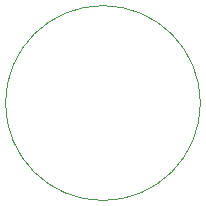
<source format=gm1>
G04 #@! TF.GenerationSoftware,KiCad,Pcbnew,(6.0.9)*
G04 #@! TF.CreationDate,2022-12-22T22:52:00-06:00*
G04 #@! TF.ProjectId,keyboard,6b657962-6f61-4726-942e-6b696361645f,rev?*
G04 #@! TF.SameCoordinates,Original*
G04 #@! TF.FileFunction,Profile,NP*
%FSLAX46Y46*%
G04 Gerber Fmt 4.6, Leading zero omitted, Abs format (unit mm)*
G04 Created by KiCad (PCBNEW (6.0.9)) date 2022-12-22 22:52:00*
%MOMM*%
%LPD*%
G01*
G04 APERTURE LIST*
G04 #@! TA.AperFunction,Profile*
%ADD10C,0.100000*%
G04 #@! TD*
G04 APERTURE END LIST*
D10*
X79573200Y-176733200D02*
G75*
G03*
X79573200Y-176733200I-8250000J0D01*
G01*
M02*

</source>
